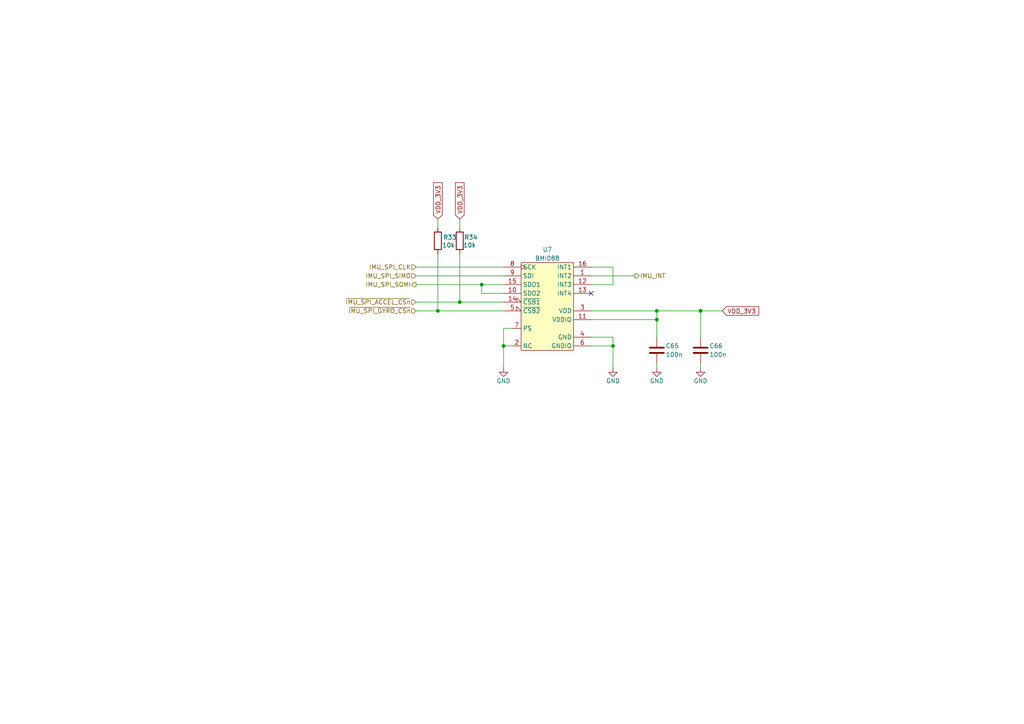
<source format=kicad_sch>
(kicad_sch (version 20231120) (generator "eeschema") (generator_version "8.0")
  (paper "A4")
  (title_block (title "Open MOtor DRiver Initiative  - Single Axis (OMODRI_SA)") (date "2024-11-08") (rev "1.0") (company "LAAS/CNRS"))
  (lib_symbols
    (symbol "Device:C" (pin_numbers hide) (pin_names (offset 0.254))
      (property "Reference" "C" (at 0.635 2.54 0))
      (property "Value" "C" (at 0.635 -2.54 0))
      (symbol "C_0_1"
        (polyline (pts (xy -2.032 -0.762) (xy 2.032 -0.762)) (stroke (width 0.508)))
        (polyline (pts (xy -2.032 0.762) (xy 2.032 0.762)) (stroke (width 0.508)))
      )
      (symbol "C_1_1"
        (pin passive line (at 0 3.81 270) (length 2.794) (name "~") (number "1"))
        (pin passive line (at 0 -3.81 90) (length 2.794) (name "~") (number "2"))
      )
    )
    (symbol "Device:R" (pin_numbers hide) (pin_names (offset 0))
      (property "Reference" "R" (at 2.032 0 90))
      (property "Value" "R" (at 0 0 90))
      (symbol "R_0_1"
        (rectangle (start -1.016 -2.54) (end 1.016 2.54) (stroke (width 0.254)))
      )
      (symbol "R_1_1"
        (pin passive line (at 0 3.81 270) (length 1.27) (name "~") (number "1"))
        (pin passive line (at 0 -3.81 90) (length 1.27) (name "~") (number "2"))
      )
    )
    (symbol "omodri_lib:BMI088"
      (property "Reference" "U" (at 0 16.51 0))
      (property "Value" "BMI088" (at 0 13.97 0))
      (symbol "BMI088_0_1"
        (rectangle (start -7.62 12.7) (end 7.62 -12.7) (stroke (width 0.1524)) (fill (type background)))
      )
      (symbol "BMI088_1_1"
        (pin bidirectional line (at 12.7 8.89 180) (length 5.08) (name "INT2") (number "1"))
        (pin tri_state line (at -12.7 3.81 0) (length 5.08) (name "SDO2") (number "10"))
        (pin power_in line (at 12.7 -3.81 180) (length 5.08) (name "VDDIO") (number "11"))
        (pin bidirectional line (at 12.7 6.35 180) (length 5.08) (name "INT3") (number "12"))
        (pin bidirectional line (at 12.7 3.81 180) (length 5.08) (name "INT4") (number "13"))
        (pin input input_low (at -12.7 1.27 0) (length 5.08) (name "~{CSB1}") (number "14"))
        (pin tri_state line (at -12.7 6.35 0) (length 5.08) (name "SDO1") (number "15"))
        (pin bidirectional line (at 12.7 11.43 180) (length 5.08) (name "INT1") (number "16"))
        (pin passive line (at -10.16 -11.43 0) (length 2.54) (name "NC") (number "2"))
        (pin power_in line (at 12.7 -1.27 180) (length 5.08) (name "VDD") (number "3"))
        (pin passive line (at 12.7 -8.89 180) (length 5.08) (name "GND") (number "4"))
        (pin input input_low (at -12.7 -1.27 0) (length 5.08) (name "~{CSB2}") (number "5"))
        (pin passive line (at 12.7 -11.43 180) (length 5.08) (name "GNDIO") (number "6"))
        (pin passive line (at -10.16 -6.35 0) (length 2.54) (name "PS") (number "7"))
        (pin input clock (at -12.7 11.43 0) (length 5.08) (name "SCK") (number "8"))
        (pin input line (at -12.7 8.89 0) (length 5.08) (name "SDI") (number "9"))
      )
    )
    (symbol "power:GND" (power) (pin_numbers hide) (pin_names (offset 0) hide)
      (property "Value" "GND" (at 0 -3.81 0))
      (symbol "GND_0_1"
        (polyline (pts (xy 0 0) (xy 0 -1.27) (xy 1.27 -1.27) (xy 0 -2.54) (xy -1.27 -1.27) (xy 0 -1.27)))
      )
      (symbol "GND_1_1"
        (pin power_in line (at 0 0 270) (length 0) (name "~") (number "1"))
      )
    )
  )
  (junction (at 146.05 100.33))
  (junction (at 133.35 87.63))
  (junction (at 139.7 82.55))
  (junction (at 203.2 90.17))
  (junction (at 127 90.17))
  (junction (at 190.5 90.17))
  (junction (at 190.5 92.71))
  (junction (at 177.8 100.33))
  (no_connect (at 171.45 85.09))
  (wire (pts (xy 177.8 100.33) (xy 177.8 106.68)))
  (wire (pts (xy 171.45 97.79) (xy 177.8 97.79)))
  (wire (pts (xy 127 73.66) (xy 127 90.17)))
  (wire (pts (xy 177.8 82.55) (xy 177.8 77.47)))
  (wire (pts (xy 139.7 85.09) (xy 139.7 82.55)))
  (wire (pts (xy 146.05 95.25) (xy 146.05 100.33)))
  (wire (pts (xy 171.45 92.71) (xy 190.5 92.71)))
  (wire (pts (xy 203.2 90.17) (xy 203.2 97.79)))
  (wire (pts (xy 171.45 100.33) (xy 177.8 100.33)))
  (wire (pts (xy 133.35 73.66) (xy 133.35 87.63)))
  (wire (pts (xy 190.5 90.17) (xy 203.2 90.17)))
  (wire (pts (xy 120.65 90.17) (xy 127 90.17)))
  (wire (pts (xy 133.35 87.63) (xy 146.05 87.63)))
  (wire (pts (xy 120.65 80.01) (xy 146.05 80.01)))
  (wire (pts (xy 146.05 100.33) (xy 148.59 100.33)))
  (wire (pts (xy 148.59 95.25) (xy 146.05 95.25)))
  (wire (pts (xy 190.5 90.17) (xy 190.5 92.71)))
  (wire (pts (xy 120.65 77.47) (xy 146.05 77.47)))
  (wire (pts (xy 171.45 90.17) (xy 190.5 90.17)))
  (wire (pts (xy 177.8 97.79) (xy 177.8 100.33)))
  (wire (pts (xy 139.7 82.55) (xy 146.05 82.55)))
  (wire (pts (xy 171.45 80.01) (xy 184.15 80.01)))
  (wire (pts (xy 127 66.04) (xy 127 63.5)))
  (wire (pts (xy 171.45 82.55) (xy 177.8 82.55)))
  (wire (pts (xy 190.5 106.68) (xy 190.5 105.41)))
  (wire (pts (xy 120.65 87.63) (xy 133.35 87.63)))
  (wire (pts (xy 190.5 92.71) (xy 190.5 97.79)))
  (wire (pts (xy 171.45 77.47) (xy 177.8 77.47)))
  (wire (pts (xy 127 90.17) (xy 146.05 90.17)))
  (wire (pts (xy 146.05 100.33) (xy 146.05 106.68)))
  (wire (pts (xy 203.2 106.68) (xy 203.2 105.41)))
  (wire (pts (xy 203.2 90.17) (xy 209.55 90.17)))
  (wire (pts (xy 146.05 85.09) (xy 139.7 85.09)))
  (wire (pts (xy 133.35 66.04) (xy 133.35 63.5)))
  (wire (pts (xy 120.65 82.55) (xy 139.7 82.55)))
  (global_label "VDD_3V3" (shape input) (at 133.35 63.5 90) (property "Intersheetrefs" "${INTERSHEET_REFS}" (effects (hide yes))))
  (global_label "VDD_3V3" (shape input) (at 127 63.5 90) (property "Intersheetrefs" "${INTERSHEET_REFS}" (effects (hide yes))))
  (global_label "VDD_3V3" (shape input) (at 209.55 90.17 0) (property "Intersheetrefs" "${INTERSHEET_REFS}" (effects (hide yes))))
  (hierarchical_label "IMU_SPI_SIMO" (shape input) (at 120.65 80.01 180))
  (hierarchical_label "IMU_SPI_CLK" (shape input) (at 120.65 77.47 180))
  (hierarchical_label "~{IMU_SPI_GYRO_CSn}" (shape input) (at 120.65 90.17 180))
  (hierarchical_label "IMU_SPI_SOMI" (shape output) (at 120.65 82.55 180))
  (hierarchical_label "IMU_INT" (shape output) (at 184.15 80.01 0))
  (hierarchical_label "~{IMU_SPI_ACCEL_CSn}" (shape input) (at 120.65 87.63 180))
  (symbol (lib_id "Device:C") (at 190.5 101.6 0) (unit 1)
    (property "Reference" "C65" (at 193.04 100.33 0) (effects (justify left)))
    (property "Value" "100n" (at 193.04 102.87 0) (effects (justify left)))
    (property "Footprint" "Capacitor_SMD:C_0201_0603Metric" (effects (hide yes)))
    (property "Datasheet" "https://www.murata.com/en-eu/products/productdetail?partno=GRM033R61E104KE14%23" (effects (hide yes)))
    (property "Description" "0201, 100nf, 25V,  ±10%, X5R, SMD MLCC" (effects (hide yes)))
    (property "DigiKey" "490-12686-1-ND" (effects (hide yes)))
    (property "Farnell" "2990693" (effects (hide yes)))
    (property "Mouser" "81-GRM033R61E104KE4D" (effects (hide yes)))
    (property "Part No" "GRM033R61E104KE14D" (effects (hide yes)))
    (property "RS" "185-2066" (effects (hide yes)))
    (property "LCSC" "C76939" (effects (hide yes)))
    (property "Manufacturer" "MURATA" (effects (hide yes)))
    (property "Assembling" "SMD" (effects (hide yes)))
  )
  (symbol (lib_id "Device:R") (at 133.35 69.85 180) (unit 1)
    (property "Reference" "R34" (at 134.62 68.834 0) (effects (justify right)))
    (property "Value" "10k" (at 134.366 71.12 0) (effects (justify right)))
    (property "Footprint" "Resistor_SMD:R_0201_0603Metric" (effects (hide yes)))
    (property "Datasheet" "https://industrial.panasonic.com/sa/products/pt/general-purpose-chip-resistors/models/ERJ1GNF1002C" (effects (hide yes)))
    (property "Description" "0201, 10kΩ, 0.05W, ±1%, SMD  resistor" (effects (hide yes)))
    (property "DigiKey" "P122414CT-ND" (effects (hide yes)))
    (property "Farnell" "2302362" (effects (hide yes)))
    (property "Mouser" "667-ERJ-1GNF1002C" (effects (hide yes)))
    (property "Part No" "ERJ1GNF1002C" (effects (hide yes)))
    (property "RS" "176-3597" (effects (hide yes)))
    (property "LCSC" "C717002" (effects (hide yes)))
    (property "Manufacturer" "PANASONIC" (effects (hide yes)))
    (property "Assembling" "SMD" (effects (hide yes)))
  )
  (symbol (lib_id "power:GND") (at 190.5 106.68 0) (unit 1)
    (property "Reference" "#PWR091" (effects (hide yes)))
    (property "Value" "GND" (at 190.5 110.49 0))
    (property "Description" "Power symbol creates a global label with name \"GND\" , ground" (effects (hide yes)))
  )
  (symbol (lib_id "power:GND") (at 177.8 106.68 0) (unit 1)
    (property "Reference" "#PWR090" (effects (hide yes)))
    (property "Value" "GND" (at 177.8 110.49 0))
    (property "Description" "Power symbol creates a global label with name \"GND\" , ground" (effects (hide yes)))
  )
  (symbol (lib_id "Device:C") (at 203.2 101.6 0) (unit 1)
    (property "Reference" "C66" (at 205.74 100.33 0) (effects (justify left)))
    (property "Value" "100n" (at 205.74 102.87 0) (effects (justify left)))
    (property "Footprint" "Capacitor_SMD:C_0201_0603Metric" (effects (hide yes)))
    (property "Datasheet" "https://www.murata.com/en-eu/products/productdetail?partno=GRM033R61E104KE14%23" (effects (hide yes)))
    (property "Description" "0201, 100nf, 25V,  ±10%, X5R, SMD MLCC" (effects (hide yes)))
    (property "DigiKey" "490-12686-1-ND" (effects (hide yes)))
    (property "Farnell" "2990693" (effects (hide yes)))
    (property "Mouser" "81-GRM033R61E104KE4D" (effects (hide yes)))
    (property "Part No" "GRM033R61E104KE14D" (effects (hide yes)))
    (property "RS" "185-2066" (effects (hide yes)))
    (property "LCSC" "C76939" (effects (hide yes)))
    (property "Manufacturer" "MURATA" (effects (hide yes)))
    (property "Assembling" "SMD" (effects (hide yes)))
  )
  (symbol (lib_id "omodri_lib:BMI088") (at 158.75 88.9 0) (unit 1)
    (property "Reference" "U7" (at 158.75 72.39 0))
    (property "Value" "BMI088" (at 158.75 74.93 0))
    (property "Footprint" "udriver3:Bosch_LGA-16_4.5x3.0mm_P0.5mm" (effects (hide yes)))
    (property "Datasheet" "https://www.bosch-sensortec.com/media/boschsensortec/downloads/datasheets/bst-bmi088-ds001.pdf" (effects (hide yes)))
    (property "Description" "LGA16, 6-axis Gyro & Accelero sensor" (effects (hide yes)))
    (property "DigiKey" "828-1082-1-ND" (effects (hide yes)))
    (property "Mouser" "262-BMI088" (effects (hide yes)))
    (property "Part No" "BMI088" (effects (hide yes)))
    (property "LCSC" "C194919" (effects (hide yes)))
    (property "Manufacturer" "BOSCH" (effects (hide yes)))
    (property "Assembling" "SMD" (effects (hide yes)))
  )
  (symbol (lib_id "power:GND") (at 146.05 106.68 0) (unit 1)
    (property "Reference" "#PWR089" (effects (hide yes)))
    (property "Value" "GND" (at 146.05 110.49 0))
    (property "Description" "Power symbol creates a global label with name \"GND\" , ground" (effects (hide yes)))
  )
  (symbol (lib_id "Device:R") (at 127 69.85 180) (unit 1)
    (property "Reference" "R33" (at 128.524 68.834 0) (effects (justify right)))
    (property "Value" "10k" (at 128.27 71.12 0) (effects (justify right)))
    (property "Footprint" "Resistor_SMD:R_0201_0603Metric" (effects (hide yes)))
    (property "Datasheet" "https://industrial.panasonic.com/sa/products/pt/general-purpose-chip-resistors/models/ERJ1GNF1002C" (effects (hide yes)))
    (property "Description" "0201, 10kΩ, 0.05W, ±1%, SMD  resistor" (effects (hide yes)))
    (property "DigiKey" "P122414CT-ND" (effects (hide yes)))
    (property "Farnell" "2302362" (effects (hide yes)))
    (property "Mouser" "667-ERJ-1GNF1002C" (effects (hide yes)))
    (property "Part No" "ERJ1GNF1002C" (effects (hide yes)))
    (property "RS" "176-3597" (effects (hide yes)))
    (property "LCSC" "C717002" (effects (hide yes)))
    (property "Manufacturer" "PANASONIC" (effects (hide yes)))
    (property "Assembling" "SMD" (effects (hide yes)))
  )
  (symbol (lib_id "power:GND") (at 203.2 106.68 0) (unit 1)
    (property "Reference" "#PWR092" (effects (hide yes)))
    (property "Value" "GND" (at 203.2 110.49 0))
    (property "Description" "Power symbol creates a global label with name \"GND\" , ground" (effects (hide yes)))
  )
)
</source>
